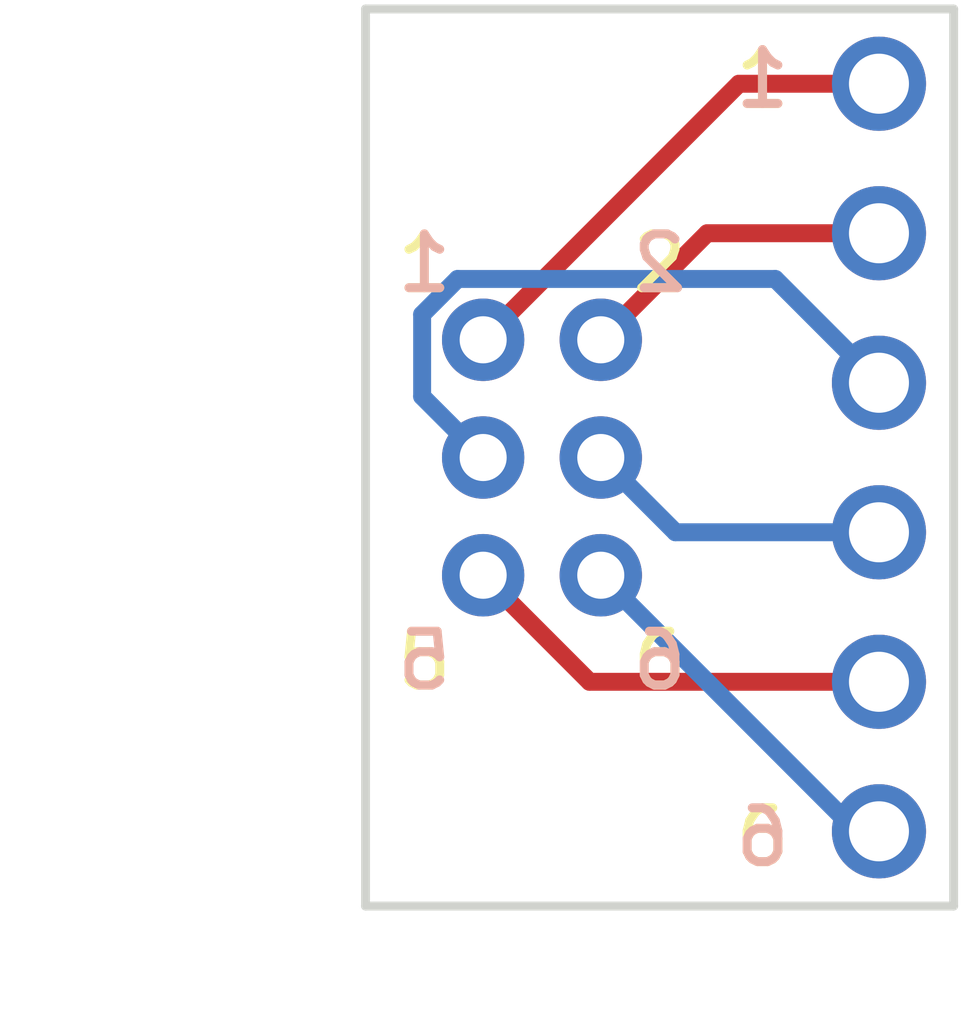
<source format=kicad_pcb>
(kicad_pcb (version 20171130) (host pcbnew "(5.1.6)-1")

  (general
    (thickness 1.6)
    (drawings 18)
    (tracks 15)
    (zones 0)
    (modules 2)
    (nets 7)
  )

  (page A4)
  (layers
    (0 F.Cu signal)
    (31 B.Cu signal)
    (32 B.Adhes user)
    (33 F.Adhes user)
    (34 B.Paste user)
    (35 F.Paste user)
    (36 B.SilkS user)
    (37 F.SilkS user)
    (38 B.Mask user)
    (39 F.Mask user)
    (40 Dwgs.User user)
    (41 Cmts.User user)
    (42 Eco1.User user)
    (43 Eco2.User user)
    (44 Edge.Cuts user)
    (45 Margin user)
    (46 B.CrtYd user)
    (47 F.CrtYd user)
    (48 B.Fab user)
    (49 F.Fab user hide)
  )

  (setup
    (last_trace_width 0.3048)
    (trace_clearance 0.1778)
    (zone_clearance 0.508)
    (zone_45_only no)
    (trace_min 0.15494)
    (via_size 1)
    (via_drill 0.5)
    (via_min_size 0.4)
    (via_min_drill 0.3)
    (uvia_size 0.3)
    (uvia_drill 0.1)
    (uvias_allowed no)
    (uvia_min_size 0.2)
    (uvia_min_drill 0.1)
    (edge_width 0.15)
    (segment_width 0.15)
    (pcb_text_width 0.3)
    (pcb_text_size 1.5 1.5)
    (mod_edge_width 0.15)
    (mod_text_size 1 1)
    (mod_text_width 0.15)
    (pad_size 1.524 1.524)
    (pad_drill 0.762)
    (pad_to_mask_clearance 0.2)
    (aux_axis_origin 0 0)
    (visible_elements 7FFFFF7F)
    (pcbplotparams
      (layerselection 0x010f0_ffffffff)
      (usegerberextensions true)
      (usegerberattributes false)
      (usegerberadvancedattributes false)
      (creategerberjobfile false)
      (excludeedgelayer true)
      (linewidth 0.100000)
      (plotframeref false)
      (viasonmask false)
      (mode 1)
      (useauxorigin false)
      (hpglpennumber 1)
      (hpglpenspeed 20)
      (hpglpendiameter 15.000000)
      (psnegative false)
      (psa4output false)
      (plotreference true)
      (plotvalue true)
      (plotinvisibletext false)
      (padsonsilk false)
      (subtractmaskfromsilk true)
      (outputformat 1)
      (mirror false)
      (drillshape 0)
      (scaleselection 1)
      (outputdirectory "gerber/"))
  )

  (net 0 "")
  (net 1 /1)
  (net 2 /2)
  (net 3 /3)
  (net 4 /4)
  (net 5 /5)
  (net 6 /6)

  (net_class Default "これはデフォルトのネット クラスです。"
    (clearance 0.1778)
    (trace_width 0.3048)
    (via_dia 1)
    (via_drill 0.5)
    (uvia_dia 0.3)
    (uvia_drill 0.1)
    (add_net /1)
    (add_net /2)
    (add_net /3)
    (add_net /4)
    (add_net /5)
    (add_net /6)
  )

  (module user:USER_DIL_2mm_3X2_NoSilk (layer F.Cu) (tedit 5F30ED39) (tstamp 5F30FB42)
    (at 53 137.3)
    (path /5C2842FE)
    (fp_text reference J1 (at 0 -4 unlocked) (layer Dwgs.User) hide
      (effects (font (size 1.016 1.016) (thickness 0.1778)))
    )
    (fp_text value 2.00_2x3P (at 0 4 unlocked) (layer Dwgs.User) hide
      (effects (font (size 0.9144 0.9144) (thickness 0.1524)))
    )
    (fp_line (start -2.75 6.67) (end 2.75 6.67) (layer Dwgs.User) (width 0.15))
    (fp_line (start -2.75 -6.67) (end -2.75 6.67) (layer Dwgs.User) (width 0.15))
    (fp_line (start 2.75 -6.67) (end -2.75 -6.67) (layer Dwgs.User) (width 0.15))
    (fp_line (start 2.75 6.67) (end 2.75 -6.67) (layer Dwgs.User) (width 0.15))
    (pad 1 thru_hole circle (at -1 -2) (size 1.4 1.4) (drill 0.8) (layers *.Cu *.Mask)
      (net 1 /1))
    (pad 2 thru_hole circle (at 1 -2) (size 1.4 1.4) (drill 0.8) (layers *.Cu *.Mask)
      (net 2 /2))
    (pad 5 thru_hole circle (at -1 2) (size 1.4 1.4) (drill 0.8) (layers *.Cu *.Mask)
      (net 5 /5))
    (pad 6 thru_hole circle (at 1 2) (size 1.4 1.4) (drill 0.8) (layers *.Cu *.Mask)
      (net 6 /6))
    (pad 3 thru_hole circle (at -1 0) (size 1.4 1.4) (drill 0.8) (layers *.Cu *.Mask)
      (net 3 /3))
    (pad 4 thru_hole circle (at 1 0) (size 1.4 1.4) (drill 0.8) (layers *.Cu *.Mask)
      (net 4 /4))
  )

  (module user:USER_SIL-6_NoSilk (layer F.Cu) (tedit 5EAAC693) (tstamp 5F30FB4F)
    (at 58.73 137.3 270)
    (descr "Connecteur 3 pins")
    (tags "CONN DEV")
    (path /5C285000)
    (fp_text reference J2 (at 0 -2.032 90) (layer F.SilkS) hide
      (effects (font (size 1.016 1.016) (thickness 0.1778)))
    )
    (fp_text value 2.54_1x6P (at 0 2.54 90) (layer F.SilkS) hide
      (effects (font (size 1.016 1.016) (thickness 0.1778)))
    )
    (fp_line (start -7.62 1.27) (end -7.62 -1.27) (layer F.Fab) (width 0.3048))
    (fp_line (start -7.62 -1.27) (end 7.62 -1.27) (layer F.Fab) (width 0.3048))
    (fp_line (start 7.62 -1.27) (end 7.62 1.27) (layer F.Fab) (width 0.3048))
    (fp_line (start 7.62 1.27) (end -7.62 1.27) (layer F.Fab) (width 0.3048))
    (pad 1 thru_hole circle (at -6.35 0 270) (size 1.6 1.6) (drill 1.02) (layers *.Cu *.Mask)
      (net 1 /1))
    (pad 2 thru_hole circle (at -3.81 0 270) (size 1.6 1.6) (drill 1.02) (layers *.Cu *.Mask)
      (net 2 /2))
    (pad 3 thru_hole circle (at -1.27 0 270) (size 1.6 1.6) (drill 1.02) (layers *.Cu *.Mask)
      (net 3 /3))
    (pad 4 thru_hole circle (at 1.27 0 270) (size 1.6 1.6) (drill 1.02) (layers *.Cu *.Mask)
      (net 4 /4))
    (pad 5 thru_hole circle (at 3.81 0 270) (size 1.6 1.6) (drill 1.02) (layers *.Cu *.Mask)
      (net 5 /5))
    (pad 6 thru_hole circle (at 6.35 0 270) (size 1.6 1.6) (drill 1.02) (layers *.Cu *.Mask)
      (net 6 /6))
  )

  (dimension 10.00032 (width 0.15) (layer Dwgs.User)
    (gr_text "10.000 mm" (at 54.979297 147.547875 359.5416435) (layer Dwgs.User)
      (effects (font (size 1 1) (thickness 0.15)))
    )
    (feature1 (pts (xy 60 145) (xy 59.985005 146.874319)))
    (feature2 (pts (xy 50 144.92) (xy 49.985005 146.794319)))
    (crossbar (pts (xy 49.989697 146.207917) (xy 59.989697 146.287917)))
    (arrow1a (pts (xy 59.989697 146.287917) (xy 58.858538 146.865307)))
    (arrow1b (pts (xy 59.989697 146.287917) (xy 58.867921 145.692503)))
    (arrow2a (pts (xy 49.989697 146.207917) (xy 51.111473 146.803331)))
    (arrow2b (pts (xy 49.989697 146.207917) (xy 51.120856 145.630527)))
  )
  (dimension 15.24 (width 0.15) (layer Dwgs.User)
    (gr_text "15.240 mm" (at 47.45 137.3 90) (layer Dwgs.User)
      (effects (font (size 1 1) (thickness 0.15)))
    )
    (feature1 (pts (xy 50 129.68) (xy 48.163579 129.68)))
    (feature2 (pts (xy 50 144.92) (xy 48.163579 144.92)))
    (crossbar (pts (xy 48.75 144.92) (xy 48.75 129.68)))
    (arrow1a (pts (xy 48.75 129.68) (xy 49.336421 130.806504)))
    (arrow1b (pts (xy 48.75 129.68) (xy 48.163579 130.806504)))
    (arrow2a (pts (xy 48.75 144.92) (xy 49.336421 143.793496)))
    (arrow2b (pts (xy 48.75 144.92) (xy 48.163579 143.793496)))
  )
  (gr_line (start 50 129.68) (end 50 144.92) (angle 90) (layer Edge.Cuts) (width 0.15) (tstamp 5C285847))
  (gr_line (start 50 144.92) (end 60 144.92) (angle 90) (layer Edge.Cuts) (width 0.15) (tstamp 5C285846))
  (gr_line (start 60 144.92) (end 60 129.68) (angle 90) (layer Edge.Cuts) (width 0.15) (tstamp 5C285845))
  (gr_line (start 60 129.68) (end 50 129.68) (angle 90) (layer Edge.Cuts) (width 0.15) (tstamp 5C285844))
  (gr_text 1 (at 51 134) (layer F.SilkS) (tstamp 5C285843)
    (effects (font (size 0.9144 0.9144) (thickness 0.1524)))
  )
  (gr_text 2 (at 55 134) (layer F.SilkS) (tstamp 5C285842)
    (effects (font (size 0.9144 0.9144) (thickness 0.1524)))
  )
  (gr_text 5 (at 51 140.75) (layer F.SilkS) (tstamp 5C285841)
    (effects (font (size 0.9144 0.9144) (thickness 0.1524)))
  )
  (gr_text 6 (at 55 140.75) (layer F.SilkS) (tstamp 5C285840)
    (effects (font (size 0.9144 0.9144) (thickness 0.1524)))
  )
  (gr_text 1 (at 56.75 130.87) (layer F.SilkS) (tstamp 5C28583F)
    (effects (font (size 0.9144 0.9144) (thickness 0.1524)))
  )
  (gr_text 6 (at 56.75 143.75) (layer F.SilkS) (tstamp 5C28583E)
    (effects (font (size 0.9144 0.9144) (thickness 0.1524)))
  )
  (gr_text 1 (at 56.75 130.87) (layer B.SilkS) (tstamp 5C28583D)
    (effects (font (size 0.9144 0.9144) (thickness 0.1524)) (justify mirror))
  )
  (gr_text 6 (at 56.75 143.75) (layer B.SilkS) (tstamp 5C28583C)
    (effects (font (size 0.9144 0.9144) (thickness 0.1524)) (justify mirror))
  )
  (gr_text 2 (at 55 134) (layer B.SilkS) (tstamp 5C28583B)
    (effects (font (size 0.9144 0.9144) (thickness 0.1524)) (justify mirror))
  )
  (gr_text 1 (at 51 134) (layer B.SilkS) (tstamp 5C28583A)
    (effects (font (size 0.9144 0.9144) (thickness 0.1524)) (justify mirror))
  )
  (gr_text 5 (at 51 140.75) (layer B.SilkS) (tstamp 5C285839)
    (effects (font (size 0.9144 0.9144) (thickness 0.1524)) (justify mirror))
  )
  (gr_text 6 (at 55 140.75) (layer B.SilkS) (tstamp 5C285838)
    (effects (font (size 0.9144 0.9144) (thickness 0.1524)) (justify mirror))
  )

  (segment (start 58.73 130.95) (end 56.35 130.95) (width 0.3048) (layer F.Cu) (net 1))
  (segment (start 56.35 130.95) (end 52 135.3) (width 0.3048) (layer F.Cu) (net 1))
  (segment (start 58.73 133.49) (end 55.81 133.49) (width 0.3048) (layer F.Cu) (net 2))
  (segment (start 55.81 133.49) (end 54 135.3) (width 0.3048) (layer F.Cu) (net 2))
  (segment (start 58.73 136.03) (end 56.9665 134.2665) (width 0.3048) (layer B.Cu) (net 3))
  (segment (start 56.9665 134.2665) (end 51.5652 134.2665) (width 0.3048) (layer B.Cu) (net 3))
  (segment (start 51.5652 134.2665) (end 50.9622 134.8695) (width 0.3048) (layer B.Cu) (net 3))
  (segment (start 50.9622 134.8695) (end 50.9622 136.2622) (width 0.3048) (layer B.Cu) (net 3))
  (segment (start 50.9622 136.2622) (end 52 137.3) (width 0.3048) (layer B.Cu) (net 3))
  (segment (start 58.73 138.57) (end 55.27 138.57) (width 0.3048) (layer B.Cu) (net 4))
  (segment (start 55.27 138.57) (end 54 137.3) (width 0.3048) (layer B.Cu) (net 4))
  (segment (start 58.73 141.11) (end 53.81 141.11) (width 0.3048) (layer F.Cu) (net 5))
  (segment (start 53.81 141.11) (end 52 139.3) (width 0.3048) (layer F.Cu) (net 5))
  (segment (start 58.73 143.65) (end 58.35 143.65) (width 0.3048) (layer B.Cu) (net 6))
  (segment (start 58.35 143.65) (end 54 139.3) (width 0.3048) (layer B.Cu) (net 6))

  (zone (net 0) (net_name "") (layers F&B.Cu) (tstamp 0) (hatch edge 0.508)
    (connect_pads (clearance 0.508))
    (min_thickness 0.254)
    (keepout (tracks allowed) (vias not_allowed) (copperpour allowed))
    (fill (arc_segments 32) (thermal_gap 0.508) (thermal_bridge_width 0.508))
    (polygon
      (pts
        (xy 55.75 141.25) (xy 54.25 141.25) (xy 54.25 140.25) (xy 55.75 140.25)
      )
    )
  )
  (zone (net 0) (net_name "") (layers F&B.Cu) (tstamp 0) (hatch edge 0.508)
    (connect_pads (clearance 0.508))
    (min_thickness 0.254)
    (keepout (tracks allowed) (vias not_allowed) (copperpour allowed))
    (fill (arc_segments 32) (thermal_gap 0.508) (thermal_bridge_width 0.508))
    (polygon
      (pts
        (xy 51.5 141.25) (xy 50.25 141.25) (xy 50.25 140.25) (xy 51.5 140.25)
      )
    )
  )
  (zone (net 0) (net_name "") (layers F&B.Cu) (tstamp 0) (hatch edge 0.508)
    (connect_pads (clearance 0.508))
    (min_thickness 0.254)
    (keepout (tracks allowed) (vias not_allowed) (copperpour allowed))
    (fill (arc_segments 32) (thermal_gap 0.508) (thermal_bridge_width 0.508))
    (polygon
      (pts
        (xy 55.5 134.5) (xy 54.5 134.5) (xy 54.5 133.5) (xy 55.5 133.5)
      )
    )
  )
  (zone (net 0) (net_name "") (layers F&B.Cu) (tstamp 0) (hatch edge 0.508)
    (connect_pads (clearance 0.508))
    (min_thickness 0.254)
    (keepout (tracks allowed) (vias not_allowed) (copperpour allowed))
    (fill (arc_segments 32) (thermal_gap 0.508) (thermal_bridge_width 0.508))
    (polygon
      (pts
        (xy 51.5 134.5) (xy 50.5 134.5) (xy 50.5 133.5) (xy 51.5 133.5)
      )
    )
  )
  (zone (net 0) (net_name "") (layers F&B.Cu) (tstamp 0) (hatch edge 0.508)
    (connect_pads (clearance 0.508))
    (min_thickness 0.254)
    (keepout (tracks allowed) (vias not_allowed) (copperpour allowed))
    (fill (arc_segments 32) (thermal_gap 0.508) (thermal_bridge_width 0.508))
    (polygon
      (pts
        (xy 57.492468 144.25) (xy 55.992468 144.25) (xy 55.992468 143.25) (xy 57.492468 143.25)
      )
    )
  )
  (zone (net 0) (net_name "") (layers F&B.Cu) (tstamp 0) (hatch edge 0.508)
    (connect_pads (clearance 0.508))
    (min_thickness 0.254)
    (keepout (tracks allowed) (vias not_allowed) (copperpour allowed))
    (fill (arc_segments 32) (thermal_gap 0.508) (thermal_bridge_width 0.508))
    (polygon
      (pts
        (xy 57.25 131.5) (xy 56.5 131.5) (xy 56.5 130.25) (xy 57.25 130.25)
      )
    )
  )
)

</source>
